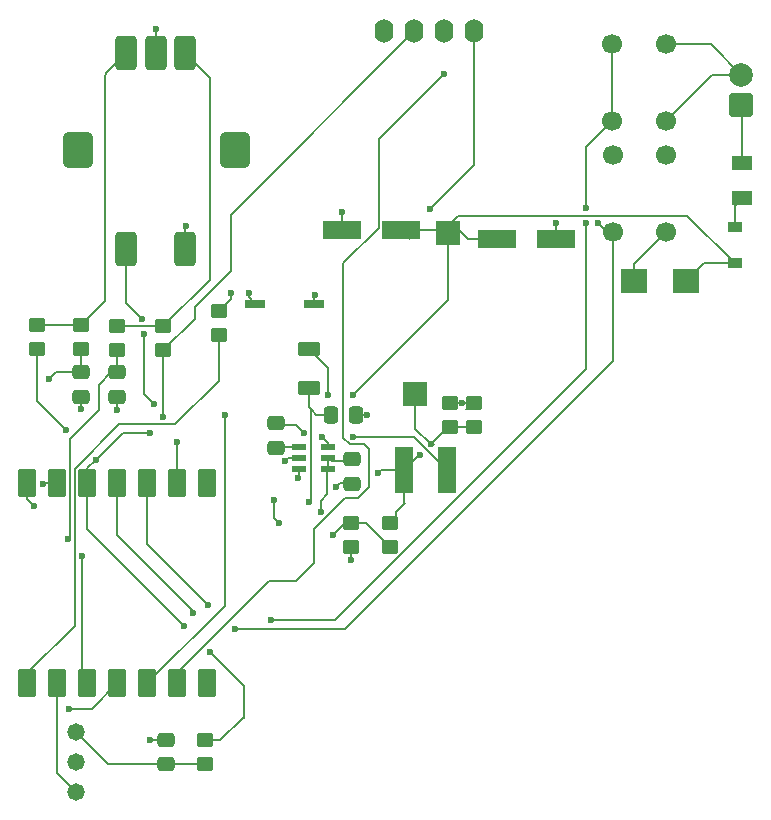
<source format=gbr>
%TF.GenerationSoftware,KiCad,Pcbnew,9.0.6*%
%TF.CreationDate,2026-02-01T14:01:19+01:00*%
%TF.ProjectId,hw,68772e6b-6963-4616-945f-706362585858,rev?*%
%TF.SameCoordinates,Original*%
%TF.FileFunction,Copper,L1,Top*%
%TF.FilePolarity,Positive*%
%FSLAX46Y46*%
G04 Gerber Fmt 4.6, Leading zero omitted, Abs format (unit mm)*
G04 Created by KiCad (PCBNEW 9.0.6) date 2026-02-01 14:01:19*
%MOMM*%
%LPD*%
G01*
G04 APERTURE LIST*
G04 Aperture macros list*
%AMRoundRect*
0 Rectangle with rounded corners*
0 $1 Rounding radius*
0 $2 $3 $4 $5 $6 $7 $8 $9 X,Y pos of 4 corners*
0 Add a 4 corners polygon primitive as box body*
4,1,4,$2,$3,$4,$5,$6,$7,$8,$9,$2,$3,0*
0 Add four circle primitives for the rounded corners*
1,1,$1+$1,$2,$3*
1,1,$1+$1,$4,$5*
1,1,$1+$1,$6,$7*
1,1,$1+$1,$8,$9*
0 Add four rect primitives between the rounded corners*
20,1,$1+$1,$2,$3,$4,$5,0*
20,1,$1+$1,$4,$5,$6,$7,0*
20,1,$1+$1,$6,$7,$8,$9,0*
20,1,$1+$1,$8,$9,$2,$3,0*%
G04 Aperture macros list end*
%TA.AperFunction,SMDPad,CuDef*%
%ADD10RoundRect,0.250000X-0.450000X0.350000X-0.450000X-0.350000X0.450000X-0.350000X0.450000X0.350000X0*%
%TD*%
%TA.AperFunction,SMDPad,CuDef*%
%ADD11R,3.200000X1.600000*%
%TD*%
%TA.AperFunction,SMDPad,CuDef*%
%ADD12R,1.200000X0.600000*%
%TD*%
%TA.AperFunction,SMDPad,CuDef*%
%ADD13RoundRect,0.250000X-0.475000X0.337500X-0.475000X-0.337500X0.475000X-0.337500X0.475000X0.337500X0*%
%TD*%
%TA.AperFunction,SMDPad,CuDef*%
%ADD14RoundRect,0.152400X-0.609600X1.063600X-0.609600X-1.063600X0.609600X-1.063600X0.609600X1.063600X0*%
%TD*%
%TA.AperFunction,SMDPad,CuDef*%
%ADD15RoundRect,0.152400X0.609600X-1.063600X0.609600X1.063600X-0.609600X1.063600X-0.609600X-1.063600X0*%
%TD*%
%TA.AperFunction,ComponentPad*%
%ADD16C,1.700000*%
%TD*%
%TA.AperFunction,SMDPad,CuDef*%
%ADD17R,1.500000X4.000000*%
%TD*%
%TA.AperFunction,ComponentPad*%
%ADD18RoundRect,0.250000X0.750000X-0.750000X0.750000X0.750000X-0.750000X0.750000X-0.750000X-0.750000X0*%
%TD*%
%TA.AperFunction,ComponentPad*%
%ADD19C,2.000000*%
%TD*%
%TA.AperFunction,SMDPad,CuDef*%
%ADD20RoundRect,0.250000X0.700000X-0.362500X0.700000X0.362500X-0.700000X0.362500X-0.700000X-0.362500X0*%
%TD*%
%TA.AperFunction,ComponentPad*%
%ADD21C,1.473200*%
%TD*%
%TA.AperFunction,SMDPad,CuDef*%
%ADD22R,2.000000X2.000000*%
%TD*%
%TA.AperFunction,ComponentPad*%
%ADD23O,1.600000X2.000000*%
%TD*%
%TA.AperFunction,SMDPad,CuDef*%
%ADD24R,1.200000X0.850000*%
%TD*%
%TA.AperFunction,SMDPad,CuDef*%
%ADD25RoundRect,0.250000X0.475000X-0.337500X0.475000X0.337500X-0.475000X0.337500X-0.475000X-0.337500X0*%
%TD*%
%TA.AperFunction,SMDPad,CuDef*%
%ADD26RoundRect,0.250000X0.450000X-0.350000X0.450000X0.350000X-0.450000X0.350000X-0.450000X-0.350000X0*%
%TD*%
%TA.AperFunction,SMDPad,CuDef*%
%ADD27R,1.700000X0.750000*%
%TD*%
%TA.AperFunction,SMDPad,CuDef*%
%ADD28RoundRect,0.270000X-0.630000X-1.180000X0.630000X-1.180000X0.630000X1.180000X-0.630000X1.180000X0*%
%TD*%
%TA.AperFunction,SMDPad,CuDef*%
%ADD29RoundRect,0.375000X-0.875000X-1.125000X0.875000X-1.125000X0.875000X1.125000X-0.875000X1.125000X0*%
%TD*%
%TA.AperFunction,SMDPad,CuDef*%
%ADD30R,1.820000X1.160000*%
%TD*%
%TA.AperFunction,SMDPad,CuDef*%
%ADD31RoundRect,0.250000X-0.337500X-0.475000X0.337500X-0.475000X0.337500X0.475000X-0.337500X0.475000X0*%
%TD*%
%TA.AperFunction,SMDPad,CuDef*%
%ADD32R,2.200000X2.150000*%
%TD*%
%TA.AperFunction,ViaPad*%
%ADD33C,0.600000*%
%TD*%
%TA.AperFunction,Conductor*%
%ADD34C,0.200000*%
%TD*%
G04 APERTURE END LIST*
D10*
%TO.P,R3,1*%
%TO.N,Net-(R2-Pad2)*%
X128270000Y-82058000D03*
%TO.P,R3,2*%
%TO.N,Net-(U1-D2)*%
X128270000Y-84058000D03*
%TD*%
%TO.P,Rfbt1,1*%
%TO.N,+5V*%
X151384000Y-98695000D03*
%TO.P,Rfbt1,2*%
%TO.N,Net-(PS1-FB)*%
X151384000Y-100695000D03*
%TD*%
D11*
%TO.P,C5,1*%
%TO.N,Net-(D1-K)*%
X160441000Y-74676000D03*
%TO.P,C5,2*%
%TO.N,GND*%
X165441000Y-74676000D03*
%TD*%
D12*
%TO.P,PS1,1,CB*%
%TO.N,Net-(PS1-CB)*%
X143657000Y-92268000D03*
%TO.P,PS1,2,GND*%
%TO.N,GND*%
X143657000Y-93218000D03*
%TO.P,PS1,3,FB*%
%TO.N,Net-(PS1-FB)*%
X143657000Y-94168000D03*
%TO.P,PS1,4,EN*%
%TO.N,Net-(PS1-EN)*%
X146157000Y-94168000D03*
%TO.P,PS1,5,VIN*%
X146157000Y-93218000D03*
%TO.P,PS1,6,SW*%
%TO.N,Net-(PS1-SW)*%
X146157000Y-92268000D03*
%TD*%
D13*
%TO.P,Cinx1,1*%
%TO.N,Net-(PS1-EN)*%
X148209000Y-93323500D03*
%TO.P,Cinx1,2*%
%TO.N,GND*%
X148209000Y-95398500D03*
%TD*%
D14*
%TO.P,U1,1,D0*%
%TO.N,Net-(U1-D0)*%
X120700000Y-112259000D03*
%TO.P,U1,2,D1*%
%TO.N,Net-(U1-D1)*%
X123240000Y-112259000D03*
%TO.P,U1,3,D2*%
%TO.N,Net-(U1-D2)*%
X125780000Y-112259000D03*
%TO.P,U1,4,D3*%
%TO.N,Net-(U1-D3)*%
X128320000Y-112259000D03*
%TO.P,U1,5,D4*%
%TO.N,Net-(OLED1-SDA)*%
X130860000Y-112259000D03*
%TO.P,U1,6,D5*%
%TO.N,Net-(OLED1-SCL)*%
X133400000Y-112259000D03*
%TO.P,U1,7,D6*%
%TO.N,unconnected-(U1-D6-Pad7)*%
X135940000Y-112259000D03*
D15*
%TO.P,U1,8,D7*%
%TO.N,unconnected-(U1-D7-Pad8)*%
X135940000Y-95349000D03*
%TO.P,U1,9,D8*%
%TO.N,Net-(U1-D8)*%
X133400000Y-95349000D03*
%TO.P,U1,10,D9*%
%TO.N,Net-(U1-D9)*%
X130860000Y-95349000D03*
%TO.P,U1,11,D10*%
%TO.N,Net-(U1-D10)*%
X128320000Y-95349000D03*
%TO.P,U1,12,3V3*%
%TO.N,/3V3*%
X125780000Y-95349000D03*
%TO.P,U1,13,GND*%
%TO.N,GND*%
X123240000Y-95349000D03*
%TO.P,U1,14,5V*%
%TO.N,+5V*%
X120700000Y-95349000D03*
%TD*%
D16*
%TO.P,SW3,1,1*%
%TO.N,Net-(U1-D10)*%
X170230000Y-64688000D03*
X170230000Y-58188000D03*
%TO.P,SW3,2,2*%
%TO.N,GND*%
X174730000Y-64688000D03*
X174730000Y-58188000D03*
%TD*%
D17*
%TO.P,L1,1,1*%
%TO.N,Net-(PS1-SW)*%
X156222000Y-94234000D03*
%TO.P,L1,2,2*%
%TO.N,+5V*%
X152622000Y-94234000D03*
%TD*%
D18*
%TO.P,J1,1,Pin_1*%
%TO.N,+12V*%
X181123500Y-63296000D03*
D19*
%TO.P,J1,2,Pin_2*%
%TO.N,GND*%
X181123500Y-60756001D03*
%TD*%
D10*
%TO.P,R5,1*%
%TO.N,Net-(R4-Pad1)*%
X121539000Y-81931000D03*
%TO.P,R5,2*%
%TO.N,/3V3*%
X121539000Y-83931000D03*
%TD*%
D20*
%TO.P,L2,1,1*%
%TO.N,Net-(PS1-EN)*%
X144526000Y-87260500D03*
%TO.P,L2,2,2*%
%TO.N,Net-(D1-K)*%
X144526000Y-83935500D03*
%TD*%
D10*
%TO.P,R4,1*%
%TO.N,Net-(R4-Pad1)*%
X125222000Y-81931000D03*
%TO.P,R4,2*%
%TO.N,Net-(U1-D3)*%
X125222000Y-83931000D03*
%TD*%
D21*
%TO.P,U3,1,OUT*%
%TO.N,Net-(U1-D1)*%
X124789400Y-121457000D03*
%TO.P,U3,2,GND*%
%TO.N,GND*%
X124789400Y-118917000D03*
%TO.P,U3,3,VS*%
%TO.N,Net-(U3-VS)*%
X124789400Y-116377000D03*
%TD*%
D22*
%TO.P,TP1,1,1*%
%TO.N,+5V*%
X153543000Y-87757000D03*
%TD*%
D23*
%TO.P,OLED1,1,GND*%
%TO.N,GND*%
X150926000Y-57068000D03*
%TO.P,OLED1,2,VCC*%
%TO.N,/3V3*%
X153466000Y-57068000D03*
%TO.P,OLED1,3,SCL*%
%TO.N,Net-(OLED1-SCL)*%
X156006000Y-57068000D03*
%TO.P,OLED1,4,SDA*%
%TO.N,Net-(OLED1-SDA)*%
X158546000Y-57068000D03*
%TD*%
D24*
%TO.P,D1,1,K*%
%TO.N,Net-(D1-K)*%
X180594000Y-76708000D03*
%TO.P,D1,2,A*%
%TO.N,Net-(D1-A)*%
X180594000Y-73658000D03*
%TD*%
D13*
%TO.P,C2,1*%
%TO.N,Net-(U1-D3)*%
X125222000Y-85957500D03*
%TO.P,C2,2*%
%TO.N,GND*%
X125222000Y-88032500D03*
%TD*%
D11*
%TO.P,C4,1*%
%TO.N,Net-(D1-K)*%
X152360000Y-73914000D03*
%TO.P,C4,2*%
%TO.N,GND*%
X147360000Y-73914000D03*
%TD*%
D16*
%TO.P,SW4,1,1*%
%TO.N,Net-(U1-D9)*%
X170266000Y-74034000D03*
X170266000Y-67534000D03*
%TO.P,SW4,2,2*%
%TO.N,GND*%
X174766000Y-74034000D03*
X174766000Y-67534000D03*
%TD*%
D10*
%TO.P,Rfbb1,1*%
%TO.N,Net-(PS1-FB)*%
X148082000Y-98695000D03*
%TO.P,Rfbb1,2*%
%TO.N,GND*%
X148082000Y-100695000D03*
%TD*%
D25*
%TO.P,C3,1*%
%TO.N,Net-(U3-VS)*%
X132461000Y-119147500D03*
%TO.P,C3,2*%
%TO.N,GND*%
X132461000Y-117072500D03*
%TD*%
D22*
%TO.P,TP2,1,1*%
%TO.N,Net-(D1-K)*%
X156337000Y-74168000D03*
%TD*%
D26*
%TO.P,R2,1*%
%TO.N,/3V3*%
X132207000Y-84058000D03*
%TO.P,R2,2*%
%TO.N,Net-(R2-Pad2)*%
X132207000Y-82058000D03*
%TD*%
D13*
%TO.P,C1,1*%
%TO.N,Net-(U1-D2)*%
X128270000Y-85957500D03*
%TO.P,C1,2*%
%TO.N,GND*%
X128270000Y-88032500D03*
%TD*%
D27*
%TO.P,LED1,1,K*%
%TO.N,GND*%
X144994000Y-80137000D03*
%TO.P,LED1,2,A*%
%TO.N,Net-(LED1-A)*%
X139994000Y-80137000D03*
%TD*%
D28*
%TO.P,ROT1,A,A*%
%TO.N,Net-(R2-Pad2)*%
X134072000Y-58928000D03*
%TO.P,ROT1,B,B*%
%TO.N,Net-(R4-Pad1)*%
X129072000Y-58928000D03*
%TO.P,ROT1,C,C*%
%TO.N,GND*%
X131572000Y-58928000D03*
%TO.P,ROT1,S1,S1*%
%TO.N,Net-(U1-D8)*%
X129072000Y-75528000D03*
%TO.P,ROT1,S2,S2*%
%TO.N,GND*%
X134072000Y-75528000D03*
D29*
%TO.P,ROT1,X*%
%TO.N,N/C*%
X124972000Y-67133400D03*
%TO.P,ROT1,Y*%
X138272000Y-67133400D03*
%TD*%
D26*
%TO.P,COut1,1*%
%TO.N,+5V*%
X158496000Y-90535000D03*
%TO.P,COut1,2*%
%TO.N,GND*%
X158496000Y-88535000D03*
%TD*%
D10*
%TO.P,R6,1*%
%TO.N,/3V3*%
X135763000Y-117110000D03*
%TO.P,R6,2*%
%TO.N,Net-(U3-VS)*%
X135763000Y-119110000D03*
%TD*%
D30*
%TO.P,F1,1,1*%
%TO.N,Net-(D1-A)*%
X181229000Y-71198000D03*
%TO.P,F1,2,2*%
%TO.N,+12V*%
X181229000Y-68248000D03*
%TD*%
D26*
%TO.P,COut2,1*%
%TO.N,+5V*%
X156464000Y-90535000D03*
%TO.P,COut2,2*%
%TO.N,GND*%
X156464000Y-88535000D03*
%TD*%
D31*
%TO.P,Cin1,1*%
%TO.N,Net-(PS1-EN)*%
X146409500Y-89535000D03*
%TO.P,Cin1,2*%
%TO.N,GND*%
X148484500Y-89535000D03*
%TD*%
D26*
%TO.P,R1,1*%
%TO.N,Net-(U1-D0)*%
X136906000Y-82788000D03*
%TO.P,R1,2*%
%TO.N,Net-(LED1-A)*%
X136906000Y-80788000D03*
%TD*%
D25*
%TO.P,CBoot1,1*%
%TO.N,Net-(PS1-CB)*%
X141732000Y-92350500D03*
%TO.P,CBoot1,2*%
%TO.N,Net-(PS1-SW)*%
X141732000Y-90275500D03*
%TD*%
D32*
%TO.P,D2,1,K*%
%TO.N,Net-(D1-K)*%
X176444000Y-78232000D03*
%TO.P,D2,2,A*%
%TO.N,GND*%
X172044000Y-78232000D03*
%TD*%
D33*
%TO.N,Net-(OLED1-SCL)*%
X155956000Y-60706000D03*
%TO.N,Net-(U1-D2)*%
X124117000Y-100076000D03*
X125317000Y-101473000D03*
%TO.N,Net-(U1-D3)*%
X122555000Y-86487000D03*
X124206000Y-114427000D03*
%TO.N,Net-(OLED1-SDA)*%
X137414000Y-89535000D03*
X154813000Y-72136000D03*
%TO.N,Net-(D1-K)*%
X148234000Y-87884000D03*
X146136160Y-87884000D03*
%TO.N,/3V3*%
X133985000Y-107442000D03*
X126492000Y-93345000D03*
X136144000Y-109601000D03*
X123952000Y-90805000D03*
X131064000Y-91059000D03*
X132207000Y-89755000D03*
%TO.N,GND*%
X142494000Y-93472000D03*
X165481000Y-73279000D03*
X157480000Y-88519000D03*
X131064000Y-117094000D03*
X128270000Y-89154000D03*
X146812000Y-95631000D03*
X134112000Y-73533000D03*
X148082000Y-101854000D03*
X125222000Y-89027000D03*
X149479000Y-89535000D03*
X145034000Y-79375000D03*
X122047000Y-95377000D03*
X147320000Y-72390000D03*
X131572000Y-56896000D03*
%TO.N,Net-(PS1-FB)*%
X141605000Y-96716000D03*
X141986000Y-98679000D03*
X146561500Y-99695000D03*
X143637000Y-94869000D03*
%TO.N,Net-(PS1-SW)*%
X145669000Y-91440000D03*
X144124000Y-91059000D03*
X148234000Y-91440000D03*
%TO.N,Net-(LED1-A)*%
X139446000Y-79248000D03*
X137922000Y-79248000D03*
%TO.N,Net-(U1-D8)*%
X131445000Y-88646000D03*
X130429000Y-81407000D03*
X133350000Y-91821000D03*
X130556000Y-82677000D03*
%TO.N,Net-(U1-D10)*%
X134747000Y-106299000D03*
X141351000Y-106934000D03*
X168021000Y-72009000D03*
X168021000Y-73279000D03*
%TO.N,Net-(U1-D9)*%
X136017000Y-105664000D03*
X138303000Y-107696000D03*
X169037000Y-73279000D03*
%TO.N,+5V*%
X121285000Y-97282000D03*
X153924000Y-92964000D03*
X154862265Y-92025735D03*
X150368000Y-94488000D03*
%TO.N,Net-(PS1-EN)*%
X144525000Y-96901000D03*
X145553315Y-97801315D03*
%TD*%
D34*
%TO.N,Net-(OLED1-SCL)*%
X150459000Y-73696000D02*
X147447000Y-76708000D01*
X149191000Y-92041000D02*
X149606000Y-92456000D01*
X143484160Y-103632000D02*
X141192000Y-103632000D01*
X155956000Y-60706000D02*
X150459000Y-66203000D01*
X149606000Y-95631000D02*
X148667840Y-96569160D01*
X144998000Y-102118160D02*
X143484160Y-103632000D01*
X147447000Y-76708000D02*
X147447000Y-91502943D01*
X150459000Y-66203000D02*
X150459000Y-73696000D01*
X147447000Y-91502943D02*
X147985057Y-92041000D01*
X148667840Y-96569160D02*
X147634000Y-96569160D01*
X147985057Y-92041000D02*
X149191000Y-92041000D01*
X141192000Y-103632000D02*
X133400000Y-111424000D01*
X144998000Y-99205160D02*
X144998000Y-102118160D01*
X149606000Y-92456000D02*
X149606000Y-95631000D01*
X147634000Y-96569160D02*
X144998000Y-99205160D01*
%TO.N,Net-(U1-D2)*%
X126746000Y-89154000D02*
X126746000Y-86995000D01*
X124117000Y-100076000D02*
X124316000Y-99877000D01*
X125317000Y-111796000D02*
X125317000Y-101473000D01*
X127783500Y-85957500D02*
X128270000Y-85957500D01*
X124117000Y-100076000D02*
X124303000Y-99890000D01*
X126746000Y-86995000D02*
X127783500Y-85957500D01*
X124303000Y-91597000D02*
X126746000Y-89154000D01*
X125780000Y-112259000D02*
X125317000Y-111796000D01*
X124303000Y-99890000D02*
X124303000Y-91597000D01*
X128270000Y-84058000D02*
X128270000Y-85957500D01*
%TO.N,Net-(U1-D3)*%
X125222000Y-83931000D02*
X125222000Y-85957500D01*
X122555000Y-86487000D02*
X123084500Y-85957500D01*
X126152000Y-114427000D02*
X124206000Y-114427000D01*
X123084500Y-85957500D02*
X125222000Y-85957500D01*
X128320000Y-112259000D02*
X126152000Y-114427000D01*
%TO.N,Net-(D1-A)*%
X180594000Y-73659000D02*
X180594000Y-71833000D01*
X180594000Y-71833000D02*
X181229000Y-71198000D01*
%TO.N,Net-(OLED1-SDA)*%
X158546000Y-57068000D02*
X159099000Y-56515000D01*
X130860000Y-112259000D02*
X137414000Y-105705000D01*
X158546000Y-68403000D02*
X158546000Y-57068000D01*
X137414000Y-105705000D02*
X137414000Y-89535000D01*
X154813000Y-72136000D02*
X158546000Y-68403000D01*
%TO.N,Net-(D1-K)*%
X160441000Y-74676000D02*
X157988000Y-74676000D01*
X156654500Y-73342500D02*
X156591000Y-73279000D01*
X156083000Y-73914000D02*
X156654500Y-73342500D01*
X180594000Y-76709000D02*
X176563000Y-72678000D01*
X152360000Y-73914000D02*
X156083000Y-73914000D01*
X148234000Y-87884000D02*
X156337000Y-79781000D01*
X153122000Y-74676000D02*
X152360000Y-73914000D01*
X157988000Y-74676000D02*
X156654500Y-73342500D01*
X180594000Y-76709000D02*
X177967000Y-76709000D01*
X177967000Y-76709000D02*
X176444000Y-78232000D01*
X148488000Y-87630000D02*
X148234000Y-87884000D01*
X157192000Y-72678000D02*
X156591000Y-73279000D01*
X144526000Y-83935500D02*
X146136160Y-85545660D01*
X176563000Y-72678000D02*
X157192000Y-72678000D01*
X156337000Y-79781000D02*
X156337000Y-74168000D01*
X146136160Y-85545660D02*
X146136160Y-87884000D01*
%TO.N,+12V*%
X181229000Y-63401500D02*
X181123500Y-63296000D01*
X181229000Y-68248000D02*
X181229000Y-63401500D01*
%TO.N,Net-(PS1-CB)*%
X141732000Y-92263000D02*
X143652000Y-92263000D01*
X143652000Y-92263000D02*
X143657000Y-92268000D01*
%TO.N,/3V3*%
X128778000Y-91059000D02*
X131064000Y-91059000D01*
X125780000Y-94057000D02*
X126492000Y-93345000D01*
X126492000Y-93345000D02*
X128778000Y-91059000D01*
X138843000Y-71723000D02*
X137922000Y-72644000D01*
X125780000Y-95349000D02*
X125780000Y-99237000D01*
X137017000Y-117110000D02*
X135763000Y-117110000D01*
X139065000Y-115189000D02*
X138938000Y-115189000D01*
X137922000Y-72644000D02*
X137922000Y-77343000D01*
X136144000Y-109601000D02*
X139065000Y-112522000D01*
X134874000Y-81391000D02*
X132207000Y-84058000D01*
X121539000Y-88392000D02*
X121539000Y-83931000D01*
X138938000Y-115189000D02*
X137017000Y-117110000D01*
X125780000Y-95349000D02*
X125780000Y-94057000D01*
X125780000Y-99237000D02*
X133985000Y-107442000D01*
X137922000Y-77343000D02*
X134874000Y-80391000D01*
X123952000Y-90805000D02*
X121539000Y-88392000D01*
X132207000Y-89755000D02*
X132207000Y-84058000D01*
X134874000Y-80391000D02*
X134874000Y-81391000D01*
X138843000Y-71691000D02*
X138843000Y-71723000D01*
X153466000Y-57068000D02*
X138843000Y-71691000D01*
X139065000Y-112522000D02*
X139065000Y-115189000D01*
%TO.N,GND*%
X172044000Y-76756000D02*
X174766000Y-74034000D01*
X144994000Y-79415000D02*
X145034000Y-79375000D01*
X158496000Y-88535000D02*
X157496000Y-88535000D01*
X157877000Y-89011000D02*
X158369000Y-89011000D01*
X147360000Y-72430000D02*
X147320000Y-72390000D01*
X134072000Y-73573000D02*
X134112000Y-73533000D01*
X147132000Y-95311000D02*
X146812000Y-95631000D01*
X147360000Y-73914000D02*
X147360000Y-72430000D01*
X178555499Y-58188000D02*
X174730000Y-58188000D01*
X157496000Y-88535000D02*
X157480000Y-88519000D01*
X156464000Y-88535000D02*
X157464000Y-88535000D01*
X148209000Y-95311000D02*
X147132000Y-95311000D01*
X148082000Y-100695000D02*
X148082000Y-101854000D01*
X148484500Y-89535000D02*
X149479000Y-89535000D01*
X174730000Y-64688000D02*
X178661999Y-60756001D01*
X143657000Y-93218000D02*
X142748000Y-93218000D01*
X181123500Y-60756001D02*
X178555499Y-58188000D01*
X131572000Y-58928000D02*
X131572000Y-56896000D01*
X157464000Y-88535000D02*
X157480000Y-88519000D01*
X142748000Y-93218000D02*
X142494000Y-93472000D01*
X178661999Y-60756001D02*
X181123500Y-60756001D01*
X125222000Y-88032500D02*
X125222000Y-89027000D01*
X131085500Y-117072500D02*
X131064000Y-117094000D01*
X134072000Y-75528000D02*
X134072000Y-73573000D01*
X122075000Y-95349000D02*
X122047000Y-95377000D01*
X165441000Y-73319000D02*
X165481000Y-73279000D01*
X144994000Y-80137000D02*
X144994000Y-79415000D01*
X123240000Y-95349000D02*
X122075000Y-95349000D01*
X165441000Y-74676000D02*
X165441000Y-73319000D01*
X128270000Y-88032500D02*
X128270000Y-89154000D01*
X172044000Y-78232000D02*
X172044000Y-76756000D01*
X132461000Y-117072500D02*
X131085500Y-117072500D01*
%TO.N,Net-(PS1-FB)*%
X141986000Y-98679000D02*
X141598000Y-98291000D01*
X141605000Y-98298000D02*
X141986000Y-98679000D01*
X149384000Y-98695000D02*
X151384000Y-100695000D01*
X143657000Y-94168000D02*
X143657000Y-94849000D01*
X143657000Y-94849000D02*
X143637000Y-94869000D01*
X148082000Y-98695000D02*
X147561500Y-98695000D01*
X141605000Y-96716000D02*
X141605000Y-98298000D01*
X147561500Y-98695000D02*
X146561500Y-99695000D01*
X148082000Y-98695000D02*
X149384000Y-98695000D01*
%TO.N,Net-(PS1-SW)*%
X145649000Y-91460000D02*
X145669000Y-91440000D01*
X148234000Y-91440000D02*
X153428000Y-91440000D01*
X143428000Y-90363000D02*
X144124000Y-91059000D01*
X146157000Y-92268000D02*
X146157000Y-91928000D01*
X153428000Y-91440000D02*
X155963450Y-93975450D01*
X146157000Y-91928000D02*
X145669000Y-91440000D01*
X141732000Y-90363000D02*
X143428000Y-90363000D01*
%TO.N,Net-(LED1-A)*%
X139994000Y-80137000D02*
X139994000Y-80050000D01*
X137922000Y-79248000D02*
X137922000Y-79772000D01*
X139446000Y-79589000D02*
X139994000Y-80137000D01*
X139446000Y-79248000D02*
X139446000Y-79589000D01*
X137922000Y-79772000D02*
X136906000Y-80788000D01*
X136906000Y-80238000D02*
X136932000Y-80238000D01*
%TO.N,Net-(U1-D0)*%
X133224160Y-90355000D02*
X136906000Y-86673160D01*
X124717000Y-94093374D02*
X128455374Y-90355000D01*
X136906000Y-86673160D02*
X136906000Y-83338000D01*
X128455374Y-90355000D02*
X133224160Y-90355000D01*
X124717000Y-107407000D02*
X124717000Y-94093374D01*
X120700000Y-111424000D02*
X124717000Y-107407000D01*
%TO.N,Net-(U1-D8)*%
X133350000Y-91821000D02*
X133350000Y-92329000D01*
X130556000Y-82677000D02*
X130556000Y-87757000D01*
X133350000Y-92329000D02*
X133400000Y-92379000D01*
X130556000Y-87757000D02*
X131445000Y-88646000D01*
X133400000Y-92379000D02*
X133400000Y-95349000D01*
X129072000Y-75528000D02*
X129072000Y-80050000D01*
X129072000Y-80050000D02*
X130429000Y-81407000D01*
%TO.N,Net-(R2-Pad2)*%
X134072000Y-57478001D02*
X134072000Y-58928000D01*
X128270000Y-82058000D02*
X132207000Y-82058000D01*
X136144000Y-78121000D02*
X136144000Y-61000000D01*
X136144000Y-61000000D02*
X134072000Y-58928000D01*
X132207000Y-82058000D02*
X136144000Y-78121000D01*
%TO.N,Net-(U1-D10)*%
X128524000Y-95145000D02*
X128320000Y-95349000D01*
X146731160Y-106934000D02*
X168021000Y-85644160D01*
X130302000Y-101727000D02*
X134747000Y-106172000D01*
X141351000Y-106934000D02*
X146731160Y-106934000D01*
X134747000Y-106172000D02*
X134747000Y-106299000D01*
X168021000Y-85644160D02*
X168021000Y-73279000D01*
X170230000Y-64688000D02*
X170230000Y-58188000D01*
X168021000Y-72009000D02*
X168021000Y-66897000D01*
X168021000Y-66897000D02*
X170230000Y-64688000D01*
X128320000Y-99745000D02*
X130302000Y-101727000D01*
X128320000Y-95349000D02*
X128320000Y-99745000D01*
%TO.N,Net-(R4-Pad1)*%
X127254000Y-79899000D02*
X127254000Y-60833000D01*
X127254000Y-60833000D02*
X127381000Y-60706000D01*
X127381000Y-60706000D02*
X127381000Y-60619000D01*
X127381000Y-60619000D02*
X129072000Y-58928000D01*
X125222000Y-81931000D02*
X127254000Y-79899000D01*
X125222000Y-81931000D02*
X121539000Y-81931000D01*
%TO.N,Net-(U1-D9)*%
X138303000Y-107696000D02*
X147574000Y-107696000D01*
X170266000Y-74034000D02*
X169792000Y-74034000D01*
X170266000Y-74034000D02*
X170266000Y-85004000D01*
X169792000Y-74034000D02*
X169037000Y-73279000D01*
X130860000Y-95349000D02*
X130860000Y-100507000D01*
X170266000Y-85004000D02*
X147574000Y-107696000D01*
X130860000Y-100507000D02*
X136017000Y-105664000D01*
%TO.N,+5V*%
X154862265Y-92025735D02*
X156353000Y-90535000D01*
X154862265Y-92025735D02*
X155116265Y-92025735D01*
X151892000Y-97790000D02*
X152654000Y-97028000D01*
X121285000Y-97282000D02*
X120700000Y-96697000D01*
X151892000Y-98822000D02*
X151892000Y-97790000D01*
X152622000Y-96996000D02*
X152622000Y-94234000D01*
X153924000Y-92964000D02*
X153892000Y-92964000D01*
X156353000Y-90535000D02*
X158496000Y-90535000D01*
X153543000Y-87757000D02*
X153543000Y-90706470D01*
X150622000Y-94234000D02*
X152622000Y-94234000D01*
X153892000Y-92964000D02*
X152622000Y-94234000D01*
X152654000Y-97028000D02*
X152622000Y-96996000D01*
X120700000Y-95349000D02*
X120904000Y-95553000D01*
X150368000Y-94488000D02*
X150622000Y-94234000D01*
X120700000Y-96697000D02*
X120700000Y-95349000D01*
X153543000Y-90706470D02*
X154862265Y-92025735D01*
%TO.N,Net-(U1-D1)*%
X124789400Y-121457000D02*
X123240000Y-119907600D01*
X123240000Y-119907600D02*
X123240000Y-112259000D01*
%TO.N,Net-(U3-VS)*%
X127559900Y-119147500D02*
X132461000Y-119147500D01*
X124789400Y-116377000D02*
X127559900Y-119147500D01*
X132461000Y-119147500D02*
X135725500Y-119147500D01*
X135725500Y-119147500D02*
X135763000Y-119110000D01*
%TO.N,Net-(PS1-EN)*%
X144780000Y-89165500D02*
X145149500Y-89535000D01*
X145149500Y-89535000D02*
X146409500Y-89535000D01*
X144724000Y-89221500D02*
X144724000Y-96702000D01*
X146223000Y-93284000D02*
X146157000Y-93218000D01*
X146088500Y-96266000D02*
X146088500Y-94236500D01*
X145553315Y-96801185D02*
X146088500Y-96266000D01*
X144724000Y-96702000D02*
X144525000Y-96901000D01*
X146304000Y-93218000D02*
X146497000Y-93411000D01*
X146088500Y-94236500D02*
X146157000Y-94168000D01*
X145553315Y-97801315D02*
X145553315Y-96801185D01*
X144526000Y-88911500D02*
X144526000Y-87260500D01*
X144780000Y-89165500D02*
X144724000Y-89221500D01*
X144780000Y-89165500D02*
X144526000Y-88911500D01*
X146157000Y-93218000D02*
X146304000Y-93218000D01*
X146497000Y-93411000D02*
X148209000Y-93411000D01*
X146157000Y-93218000D02*
X146157000Y-94168000D01*
%TD*%
M02*

</source>
